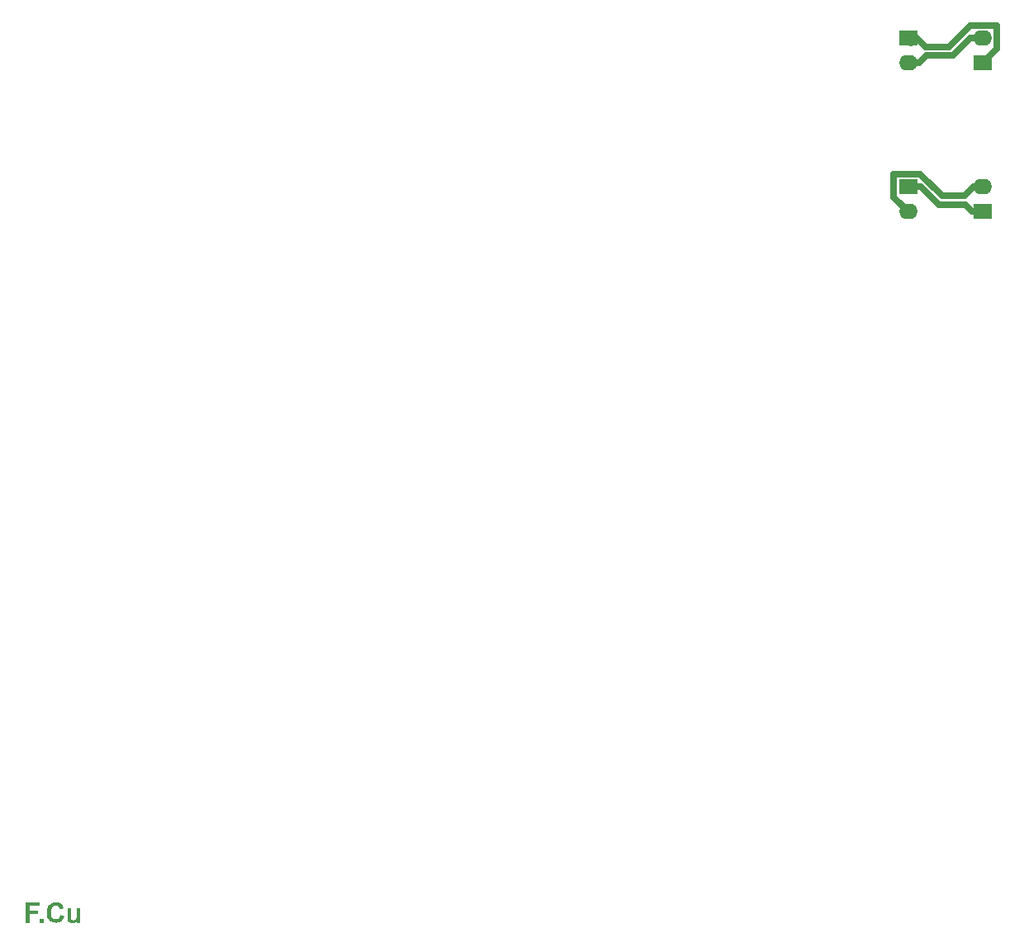
<source format=gbr>
%TF.GenerationSoftware,KiCad,Pcbnew,8.0.2-1*%
%TF.CreationDate,2024-09-28T15:44:45-07:00*%
%TF.ProjectId,TEE-CAN,5445452d-4341-44e2-9e6b-696361645f70,rev?*%
%TF.SameCoordinates,Original*%
%TF.FileFunction,Copper,L1,Top*%
%TF.FilePolarity,Positive*%
%FSLAX46Y46*%
G04 Gerber Fmt 4.6, Leading zero omitted, Abs format (unit mm)*
G04 Created by KiCad (PCBNEW 8.0.2-1) date 2024-09-28 15:44:45*
%MOMM*%
%LPD*%
G01*
G04 APERTURE LIST*
%ADD10C,0.300000*%
%TA.AperFunction,NonConductor*%
%ADD11C,0.300000*%
%TD*%
%TA.AperFunction,ComponentPad*%
%ADD12R,1.905000X1.600200*%
%TD*%
%TA.AperFunction,ComponentPad*%
%ADD13O,1.905000X1.600200*%
%TD*%
%TA.AperFunction,Conductor*%
%ADD14C,0.635000*%
%TD*%
G04 APERTURE END LIST*
D10*
D11*
G36*
X54312928Y-169453560D02*
G01*
X54312928Y-167388945D01*
X55715476Y-167388945D01*
X55715476Y-167738342D01*
X54725850Y-167738342D01*
X54725850Y-168214791D01*
X55579985Y-168214791D01*
X55579985Y-168564187D01*
X54725850Y-168564187D01*
X54725850Y-169453560D01*
X54312928Y-169453560D01*
G37*
G36*
X55728379Y-169453560D02*
G01*
X55728379Y-169072400D01*
X56120954Y-169072400D01*
X56120954Y-169453560D01*
X55728379Y-169453560D01*
G37*
G36*
X57830712Y-168659477D02*
G01*
X58231228Y-168786530D01*
X58199399Y-168888052D01*
X58161610Y-168981067D01*
X58108393Y-169081457D01*
X58046592Y-169169599D01*
X57976206Y-169245493D01*
X57924513Y-169289284D01*
X57840233Y-169345112D01*
X57747822Y-169389389D01*
X57647281Y-169422116D01*
X57538608Y-169443292D01*
X57421805Y-169452918D01*
X57381063Y-169453560D01*
X57281462Y-169449248D01*
X57163328Y-169431732D01*
X57052271Y-169400742D01*
X56948290Y-169356279D01*
X56851386Y-169298341D01*
X56761557Y-169226930D01*
X56711056Y-169177616D01*
X56635564Y-169086440D01*
X56572867Y-168985377D01*
X56522966Y-168874426D01*
X56492257Y-168778547D01*
X56469737Y-168676340D01*
X56455407Y-168567805D01*
X56449265Y-168452942D01*
X56449009Y-168423238D01*
X56453127Y-168300217D01*
X56465480Y-168184269D01*
X56486069Y-168075392D01*
X56514893Y-167973589D01*
X56551953Y-167878857D01*
X56609859Y-167770388D01*
X56680633Y-167672969D01*
X56712545Y-167637096D01*
X56799102Y-167556457D01*
X56893753Y-167489485D01*
X56996498Y-167436181D01*
X57107338Y-167396545D01*
X57226271Y-167370576D01*
X57327245Y-167359642D01*
X57406375Y-167357182D01*
X57520328Y-167362925D01*
X57627374Y-167380155D01*
X57727514Y-167408872D01*
X57820748Y-167449075D01*
X57907074Y-167500765D01*
X57986495Y-167563942D01*
X58016329Y-167592429D01*
X58081717Y-167669728D01*
X58138419Y-167762164D01*
X58180909Y-167855463D01*
X58216750Y-167960351D01*
X58225768Y-167992448D01*
X57816816Y-168055975D01*
X57782583Y-167952775D01*
X57729701Y-167865645D01*
X57665444Y-167800379D01*
X57580419Y-167746975D01*
X57483666Y-167715739D01*
X57385530Y-167706578D01*
X57277212Y-167716690D01*
X57179565Y-167747027D01*
X57092588Y-167797588D01*
X57016282Y-167868373D01*
X56954399Y-167961832D01*
X56914756Y-168064220D01*
X56891550Y-168167292D01*
X56878289Y-168284497D01*
X56874836Y-168392963D01*
X56878241Y-168507757D01*
X56888455Y-168611743D01*
X56909701Y-168722259D01*
X56940753Y-168817212D01*
X56989373Y-168908319D01*
X57014296Y-168940880D01*
X57089269Y-169012316D01*
X57174726Y-169063342D01*
X57270667Y-169093958D01*
X57377093Y-169104163D01*
X57484920Y-169091496D01*
X57581839Y-169053494D01*
X57660481Y-168996962D01*
X57728073Y-168917942D01*
X57777717Y-168826269D01*
X57812947Y-168728436D01*
X57830712Y-168659477D01*
G37*
G36*
X59546923Y-169453560D02*
G01*
X59546923Y-169231713D01*
X59479061Y-169313486D01*
X59396823Y-169380882D01*
X59334010Y-169417826D01*
X59241772Y-169456254D01*
X59137002Y-169479984D01*
X59055584Y-169485323D01*
X58948174Y-169476040D01*
X58849278Y-169448193D01*
X58788078Y-169419315D01*
X58702514Y-169356919D01*
X58638575Y-169276994D01*
X58616358Y-169234194D01*
X58583997Y-169131716D01*
X58568439Y-169026804D01*
X58563305Y-168917217D01*
X58563253Y-168904154D01*
X58563253Y-167960685D01*
X58955332Y-167960685D01*
X58955332Y-168654018D01*
X58956082Y-168764662D01*
X58958854Y-168871871D01*
X58965418Y-168975094D01*
X58976672Y-169044111D01*
X59026267Y-169131718D01*
X59055584Y-169157764D01*
X59149054Y-169195382D01*
X59201001Y-169199453D01*
X59301637Y-169183625D01*
X59380662Y-169143371D01*
X59454537Y-169071799D01*
X59489848Y-169004407D01*
X59508807Y-168896936D01*
X59515670Y-168791309D01*
X59518672Y-168674203D01*
X59519130Y-168596943D01*
X59519130Y-167960685D01*
X59911208Y-167960685D01*
X59911208Y-169453560D01*
X59546923Y-169453560D01*
G37*
D12*
%TO.P,J4,1,Pin_1*%
%TO.N,/CAN_L*%
X152400000Y-96520000D03*
D13*
%TO.P,J4,2,Pin_2*%
%TO.N,/CAN_H*%
X152400000Y-93980000D03*
%TD*%
D12*
%TO.P,J2,1,Pin_1*%
%TO.N,/CAN_L*%
X152400000Y-81280000D03*
D13*
%TO.P,J2,2,Pin_2*%
%TO.N,/CAN_H*%
X152400000Y-78740000D03*
%TD*%
D12*
%TO.P,J3,1,Pin_1*%
%TO.N,/CAN_L*%
X144780000Y-93980000D03*
D13*
%TO.P,J3,2,Pin_2*%
%TO.N,/CAN_H*%
X144780000Y-96520000D03*
%TD*%
D12*
%TO.P,J1,1,Pin_1*%
%TO.N,/CAN_L*%
X144780000Y-78740000D03*
D13*
%TO.P,J1,2,Pin_2*%
%TO.N,/CAN_H*%
X144780000Y-81280000D03*
%TD*%
D14*
%TO.N,/CAN_L*%
X152400000Y-81280000D02*
X153870000Y-79810000D01*
X145669000Y-78740000D02*
X144780000Y-78740000D01*
X144780000Y-78994000D02*
X145034000Y-79248000D01*
X147894764Y-95812000D02*
X146062764Y-93980000D01*
X144780000Y-78740000D02*
X144780000Y-78994000D01*
X151177600Y-77422400D02*
X148917000Y-79683000D01*
X153870000Y-79810000D02*
X153870000Y-77422400D01*
X152400000Y-96520000D02*
X151320500Y-96520000D01*
X153870000Y-77422400D02*
X151177600Y-77422400D01*
X146062764Y-93980000D02*
X144780000Y-93980000D01*
X148917000Y-79683000D02*
X146612000Y-79683000D01*
X150612500Y-95812000D02*
X147894764Y-95812000D01*
X151320500Y-96520000D02*
X150612500Y-95812000D01*
X146612000Y-79683000D02*
X145669000Y-78740000D01*
%TO.N,/CAN_H*%
X143310000Y-92662400D02*
X146002400Y-92662400D01*
X146621500Y-80518000D02*
X149352000Y-80518000D01*
X151511000Y-93980000D02*
X152400000Y-93980000D01*
X150568000Y-94923000D02*
X151511000Y-93980000D01*
X146002400Y-92662400D02*
X148263000Y-94923000D01*
X151130000Y-78740000D02*
X152400000Y-78740000D01*
X144780000Y-81280000D02*
X145859500Y-81280000D01*
X149352000Y-80518000D02*
X151130000Y-78740000D01*
X143310000Y-95050000D02*
X143310000Y-92662400D01*
X144780000Y-96520000D02*
X143310000Y-95050000D01*
X145859500Y-81280000D02*
X146621500Y-80518000D01*
X148263000Y-94923000D02*
X150568000Y-94923000D01*
%TD*%
M02*

</source>
